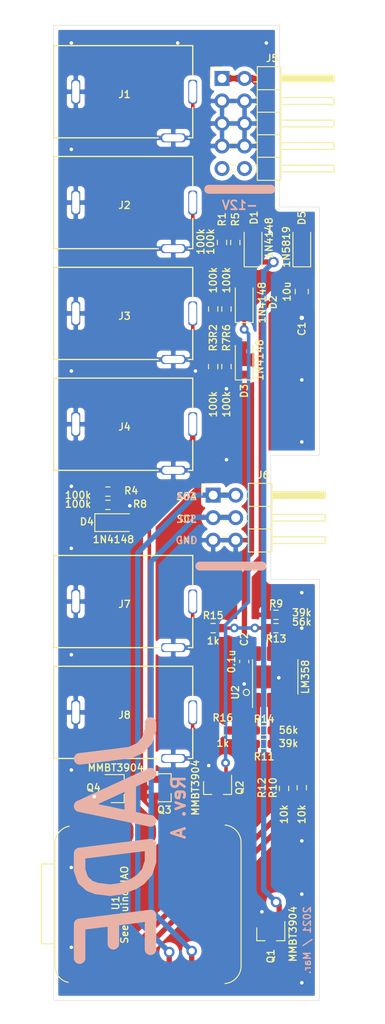
<source format=kicad_pcb>
(kicad_pcb (version 20171130) (host pcbnew "(5.1.9-0-10_14)")
  (title_block (title jade) (date 2021-03-04) (rev A))
  (layers (0 F.Cu signal) (31 B.Cu signal) (34 B.Paste user) (35 F.Paste user) (36 B.SilkS user) (37 F.SilkS user) (38 B.Mask user) (39 F.Mask user) (44 Edge.Cuts user))
  (net 0 "")
  (net 1 +12V)
  (net 2 GND)
  (net 3 "Net-(D1-Pad1)")
  (net 4 "Net-(D2-Pad1)")
  (net 5 "Net-(D3-Pad1)")
  (net 6 "Net-(D4-Pad1)")
  (net 7 "Net-(D5-Pad2)")
  (net 8 "Net-(J1-Pad3)")
  (net 9 "Net-(J2-Pad3)")
  (net 10 "Net-(J3-Pad3)")
  (net 11 "Net-(J4-Pad3)")
  (net 12 "Net-(J5-Pad9)")
  (net 13 "Net-(J5-Pad10)")
  (net 14 /SDA)
  (net 15 /SCL)
  (net 16 "Net-(J7-Pad3)")
  (net 17 "Net-(J8-Pad3)")
  (net 18 /GATE_IN1)
  (net 19 /GATE_IN2)
  (net 20 /GATE_IN3)
  (net 21 /GATE_IN4)
  (net 22 "Net-(R13-Pad2)")
  (net 23 /GATE_OUT)
  (net 24 "Net-(R10-Pad1)")
  (net 25 "Net-(R11-Pad1)")
  (net 26 "Net-(R12-Pad1)")
  (net 27 /CLOCK_OUT)
  (net 28 "Net-(R13-Pad1)")
  (net 29 "Net-(R14-Pad1)")
  (net 30 "Net-(U1-Pad14)")
  (net 31 "Net-(U1-Pad12)")
  (net 32 "Net-(U1-Pad8)")
  (net 33 "Net-(U1-Pad2)")
  (net 34 "Net-(U1-Pad1)")
  (module Akiyuki_Footprint:Seeeduino_XIAO_NonBottomPad (layer F.Cu) (at 136.05 158 90)
    (fp_text reference U1 (at 9 -14.05 90) (layer F.SilkS) (effects (font (size 0.8 0.8))))
    (fp_text value SeeeduinoXIAO (at 8.8 -13.05 90) (layer F.SilkS) (effects (font (size 0.8 0.8))))
    (pad 1 smd oval (at 0.83312 -18.11782 90) (size 2.74828 1.99898) (layers F.Cu F.Paste F.Mask) (net 34 "Net-(U1-Pad1)"))
    (pad 2 smd oval (at 0.83312 -15.57782 90) (size 2.74828 1.99898) (layers F.Cu F.Paste F.Mask) (net 33 "Net-(U1-Pad2)"))
    (pad 3 smd oval (at 0.83312 -13.03782 90) (size 2.74828 1.99898) (layers F.Cu F.Paste F.Mask) (net 27 /CLOCK_OUT))
    (pad 4 smd oval (at 0.83312 -10.49782 90) (size 2.74828 1.99898) (layers F.Cu F.Paste F.Mask) (net 23 /GATE_OUT))
    (pad 5 smd oval (at 0.83312 -7.95782 90) (size 2.74828 1.99898) (layers F.Cu F.Paste F.Mask) (net 14 /SDA))
    (pad 6 smd oval (at 0.83312 -5.41782 90) (size 2.74828 1.99898) (layers F.Cu F.Paste F.Mask) (net 15 /SCL))
    (pad 7 smd oval (at 0.83312 -2.87782 90) (size 2.74828 1.99898) (layers F.Cu F.Paste F.Mask) (net 18 /GATE_IN1))
    (pad 8 smd oval (at 16.99768 -2.87782 90) (size 2.74828 1.99898) (layers F.Cu F.Paste F.Mask) (net 32 "Net-(U1-Pad8)"))
    (pad 9 smd oval (at 16.99768 -5.41782 90) (size 2.74828 1.99898) (layers F.Cu F.Paste F.Mask) (net 19 /GATE_IN2))
    (pad 10 smd oval (at 16.99768 -7.95782 90) (size 2.74828 1.99898) (layers F.Cu F.Paste F.Mask) (net 20 /GATE_IN3))
    (pad 11 smd oval (at 16.99768 -10.49782 90) (size 2.74828 1.99898) (layers F.Cu F.Paste F.Mask) (net 21 /GATE_IN4))
    (pad 12 smd oval (at 16.99768 -13.03782 90) (size 2.74828 1.99898) (layers F.Cu F.Paste F.Mask) (net 31 "Net-(U1-Pad12)"))
    (pad 13 smd oval (at 16.99768 -15.57782 90) (size 2.74828 1.99898) (layers F.Cu F.Paste F.Mask) (net 2 GND))
    (pad 14 smd oval (at 16.99768 -18.11782 90) (size 2.74828 1.99898) (layers F.Cu F.Paste F.Mask) (net 30 "Net-(U1-Pad14)"))
  )
  (module Package_SO:SOP-8_3.9x4.9mm_P1.27mm (layer F.Cu) (at 140 123.5 90)
    (fp_text reference U2 (at -1.75 -4.5 90) (layer F.SilkS) (effects (font (size 0.8 0.8))))
    (fp_text value LM358 (at 0 3.4 90) (layer F.SilkS) (effects (font (size 0.8 0.8))))
    (pad 8 smd roundrect (at 2.625 -1.905 90) (size 1.65 0.6) (layers F.Cu F.Paste F.Mask) (net 1 +12V))
    (pad 7 smd roundrect (at 2.625 -0.635 90) (size 1.65 0.6) (layers F.Cu F.Paste F.Mask) (net 28 "Net-(R13-Pad1)"))
    (pad 6 smd roundrect (at 2.625 0.635 90) (size 1.65 0.6) (layers F.Cu F.Paste F.Mask) (net 22 "Net-(R13-Pad2)"))
    (pad 5 smd roundrect (at 2.625 1.905 90) (size 1.65 0.6) (layers F.Cu F.Paste F.Mask) (net 24 "Net-(R10-Pad1)"))
    (pad 4 smd roundrect (at -2.625 1.905 90) (size 1.65 0.6) (layers F.Cu F.Paste F.Mask) (net 2 GND))
    (pad 3 smd roundrect (at -2.625 0.635 90) (size 1.65 0.6) (layers F.Cu F.Paste F.Mask) (net 26 "Net-(R12-Pad1)"))
    (pad 2 smd roundrect (at -2.625 -0.635 90) (size 1.65 0.6) (layers F.Cu F.Paste F.Mask) (net 25 "Net-(R11-Pad1)"))
    (pad 1 smd roundrect (at -2.625 -1.905 90) (size 1.65 0.6) (layers F.Cu F.Paste F.Mask) (net 29 "Net-(R14-Pad1)"))
  )
  (module Resistor_SMD:R_0603_1608Metric_Pad0.98x0.95mm_HandSolder (layer F.Cu) (at 134.0885 129.54)
    (fp_text reference R16 (at 0 -1.43) (layer F.SilkS) (effects (font (size 0.8 0.8))))
    (fp_text value 1k (at 0 1.43) (layer F.SilkS) (effects (font (size 0.8 0.8))))
    (pad 2 smd roundrect (at 0.9125 0) (size 0.975 0.95) (layers F.Cu F.Paste F.Mask) (net 29 "Net-(R14-Pad1)"))
    (pad 1 smd roundrect (at -0.9125 0) (size 0.975 0.95) (layers F.Cu F.Paste F.Mask) (net 17 "Net-(J8-Pad3)"))
  )
  (module Resistor_SMD:R_0603_1608Metric_Pad0.98x0.95mm_HandSolder (layer F.Cu) (at 133 118)
    (fp_text reference R15 (at 0 -1.43) (layer F.SilkS) (effects (font (size 0.8 0.8))))
    (fp_text value 1k (at 0 1.43) (layer F.SilkS) (effects (font (size 0.8 0.8))))
    (pad 2 smd roundrect (at 0.9125 0) (size 0.975 0.95) (layers F.Cu F.Paste F.Mask) (net 28 "Net-(R13-Pad1)"))
    (pad 1 smd roundrect (at -0.9125 0) (size 0.975 0.95) (layers F.Cu F.Paste F.Mask) (net 16 "Net-(J7-Pad3)"))
  )
  (module Resistor_SMD:R_0603_1608Metric_Pad0.98x0.95mm_HandSolder (layer F.Cu) (at 138.7075 129.54)
    (fp_text reference R14 (at 0.0425 -1.29) (layer F.SilkS) (effects (font (size 0.8 0.8))))
    (fp_text value 56k (at 2.7925 -0.04) (layer F.SilkS) (effects (font (size 0.8 0.8))))
    (pad 2 smd roundrect (at 0.9125 0) (size 0.975 0.95) (layers F.Cu F.Paste F.Mask) (net 25 "Net-(R11-Pad1)"))
    (pad 1 smd roundrect (at -0.9125 0) (size 0.975 0.95) (layers F.Cu F.Paste F.Mask) (net 29 "Net-(R14-Pad1)"))
  )
  (module Resistor_SMD:R_0603_1608Metric_Pad0.98x0.95mm_HandSolder (layer F.Cu) (at 140.0875 118)
    (fp_text reference R13 (at 0.0125 1.2) (layer F.SilkS) (effects (font (size 0.8 0.8))))
    (fp_text value 56k (at 2.9125 -0.7) (layer F.SilkS) (effects (font (size 0.8 0.8))))
    (pad 2 smd roundrect (at 0.9125 0) (size 0.975 0.95) (layers F.Cu F.Paste F.Mask) (net 22 "Net-(R13-Pad2)"))
    (pad 1 smd roundrect (at -0.9125 0) (size 0.975 0.95) (layers F.Cu F.Paste F.Mask) (net 28 "Net-(R13-Pad1)"))
  )
  (module Resistor_SMD:R_0603_1608Metric_Pad0.98x0.95mm_HandSolder (layer F.Cu) (at 141 136.0875 270)
    (fp_text reference R12 (at -0.0875 2.5 90) (layer F.SilkS) (effects (font (size 0.8 0.8))))
    (fp_text value 10k (at 2.9125 0 90) (layer F.SilkS) (effects (font (size 0.8 0.8))))
    (pad 2 smd roundrect (at 0.9125 0 270) (size 0.975 0.95) (layers F.Cu F.Paste F.Mask) (net 27 /CLOCK_OUT))
    (pad 1 smd roundrect (at -0.9125 0 270) (size 0.975 0.95) (layers F.Cu F.Paste F.Mask) (net 26 "Net-(R12-Pad1)"))
  )
  (module Resistor_SMD:R_0603_1608Metric_Pad0.98x0.95mm_HandSolder (layer F.Cu) (at 138.7075 131.064 180)
    (fp_text reference R11 (at -0.0425 -1.436) (layer F.SilkS) (effects (font (size 0.8 0.8))))
    (fp_text value 39k (at -2.7925 0.064) (layer F.SilkS) (effects (font (size 0.8 0.8))))
    (pad 2 smd roundrect (at 0.9125 0 180) (size 0.975 0.95) (layers F.Cu F.Paste F.Mask) (net 2 GND))
    (pad 1 smd roundrect (at -0.9125 0 180) (size 0.975 0.95) (layers F.Cu F.Paste F.Mask) (net 25 "Net-(R11-Pad1)"))
  )
  (module Resistor_SMD:R_0603_1608Metric_Pad0.98x0.95mm_HandSolder (layer F.Cu) (at 143 136 270)
    (fp_text reference R10 (at 0 3.25 90) (layer F.SilkS) (effects (font (size 0.8 0.8))))
    (fp_text value 10k (at 3 0 90) (layer F.SilkS) (effects (font (size 0.8 0.8))))
    (pad 2 smd roundrect (at 0.9125 0 270) (size 0.975 0.95) (layers F.Cu F.Paste F.Mask) (net 23 /GATE_OUT))
    (pad 1 smd roundrect (at -0.9125 0 270) (size 0.975 0.95) (layers F.Cu F.Paste F.Mask) (net 24 "Net-(R10-Pad1)"))
  )
  (module Resistor_SMD:R_0603_1608Metric_Pad0.98x0.95mm_HandSolder (layer F.Cu) (at 140.0875 116.5 180)
    (fp_text reference R9 (at -0.0125 1.25) (layer F.SilkS) (effects (font (size 0.8 0.8))))
    (fp_text value 39k (at -2.9125 0.25) (layer F.SilkS) (effects (font (size 0.8 0.8))))
    (pad 2 smd roundrect (at 0.9125 0 180) (size 0.975 0.95) (layers F.Cu F.Paste F.Mask) (net 2 GND))
    (pad 1 smd roundrect (at -0.9125 0 180) (size 0.975 0.95) (layers F.Cu F.Paste F.Mask) (net 22 "Net-(R13-Pad2)"))
  )
  (module Resistor_SMD:R_0603_1608Metric_Pad0.98x0.95mm_HandSolder (layer F.Cu) (at 121.1225 104.1 180)
    (fp_text reference R8 (at -3.6275 0.1) (layer F.SilkS) (effects (font (size 0.8 0.8))))
    (fp_text value 100k (at 3.3725 0.1) (layer F.SilkS) (effects (font (size 0.8 0.8))))
    (pad 2 smd roundrect (at 0.9125 0 180) (size 0.975 0.95) (layers F.Cu F.Paste F.Mask) (net 6 "Net-(D4-Pad1)"))
    (pad 1 smd roundrect (at -0.9125 0 180) (size 0.975 0.95) (layers F.Cu F.Paste F.Mask) (net 2 GND))
  )
  (module Resistor_SMD:R_0603_1608Metric_Pad0.98x0.95mm_HandSolder (layer F.Cu) (at 134.5 88.5 270)
    (fp_text reference R7 (at -2.5 0 90) (layer F.SilkS) (effects (font (size 0.8 0.8))))
    (fp_text value 100k (at 4.25 0 90) (layer F.SilkS) (effects (font (size 0.8 0.8))))
    (pad 2 smd roundrect (at 0.9125 0 270) (size 0.975 0.95) (layers F.Cu F.Paste F.Mask) (net 5 "Net-(D3-Pad1)"))
    (pad 1 smd roundrect (at -0.9125 0 270) (size 0.975 0.95) (layers F.Cu F.Paste F.Mask) (net 2 GND))
  )
  (module Resistor_SMD:R_0603_1608Metric_Pad0.98x0.95mm_HandSolder (layer F.Cu) (at 134.5 82 270)
    (fp_text reference R6 (at 2.5 0 90) (layer F.SilkS) (effects (font (size 0.8 0.8))))
    (fp_text value 100k (at -3.25 0 90) (layer F.SilkS) (effects (font (size 0.8 0.8))))
    (pad 2 smd roundrect (at 0.9125 0 270) (size 0.975 0.95) (layers F.Cu F.Paste F.Mask) (net 4 "Net-(D2-Pad1)"))
    (pad 1 smd roundrect (at -0.9125 0 270) (size 0.975 0.95) (layers F.Cu F.Paste F.Mask) (net 2 GND))
  )
  (module Resistor_SMD:R_0603_1608Metric_Pad0.98x0.95mm_HandSolder (layer F.Cu) (at 135.5 74.5 270)
    (fp_text reference R5 (at -2.6 0 90) (layer F.SilkS) (effects (font (size 0.8 0.8))))
    (fp_text value 100k (at -0.1 2.8 90) (layer F.SilkS) (effects (font (size 0.8 0.8))))
    (pad 2 smd roundrect (at 0.9125 0 270) (size 0.975 0.95) (layers F.Cu F.Paste F.Mask) (net 3 "Net-(D1-Pad1)"))
    (pad 1 smd roundrect (at -0.9125 0 270) (size 0.975 0.95) (layers F.Cu F.Paste F.Mask) (net 2 GND))
  )
  (module Resistor_SMD:R_0603_1608Metric_Pad0.98x0.95mm_HandSolder (layer F.Cu) (at 121.1225 102.6)
    (fp_text reference R4 (at 2.6275 -0.1) (layer F.SilkS) (effects (font (size 0.8 0.8))))
    (fp_text value 100k (at -3.3725 0.4) (layer F.SilkS) (effects (font (size 0.8 0.8))))
    (pad 2 smd roundrect (at 0.9125 0) (size 0.975 0.95) (layers F.Cu F.Paste F.Mask) (net 11 "Net-(J4-Pad3)"))
    (pad 1 smd roundrect (at -0.9125 0) (size 0.975 0.95) (layers F.Cu F.Paste F.Mask) (net 6 "Net-(D4-Pad1)"))
  )
  (module Resistor_SMD:R_0603_1608Metric_Pad0.98x0.95mm_HandSolder (layer F.Cu) (at 133 88.5 90)
    (fp_text reference R3 (at 2.5 0 90) (layer F.SilkS) (effects (font (size 0.8 0.8))))
    (fp_text value 100k (at -4.25 0 90) (layer F.SilkS) (effects (font (size 0.8 0.8))))
    (pad 2 smd roundrect (at 0.9125 0 90) (size 0.975 0.95) (layers F.Cu F.Paste F.Mask) (net 10 "Net-(J3-Pad3)"))
    (pad 1 smd roundrect (at -0.9125 0 90) (size 0.975 0.95) (layers F.Cu F.Paste F.Mask) (net 5 "Net-(D3-Pad1)"))
  )
  (module Resistor_SMD:R_0603_1608Metric_Pad0.98x0.95mm_HandSolder (layer F.Cu) (at 133 82 90)
    (fp_text reference R2 (at -2.5 0 90) (layer F.SilkS) (effects (font (size 0.8 0.8))))
    (fp_text value 100k (at 3.25 0 90) (layer F.SilkS) (effects (font (size 0.8 0.8))))
    (pad 2 smd roundrect (at 0.9125 0 90) (size 0.975 0.95) (layers F.Cu F.Paste F.Mask) (net 9 "Net-(J2-Pad3)"))
    (pad 1 smd roundrect (at -0.9125 0 90) (size 0.975 0.95) (layers F.Cu F.Paste F.Mask) (net 4 "Net-(D2-Pad1)"))
  )
  (module Resistor_SMD:R_0603_1608Metric_Pad0.98x0.95mm_HandSolder (layer F.Cu) (at 134 74.5 90)
    (fp_text reference R1 (at 2.6 0 90) (layer F.SilkS) (effects (font (size 0.8 0.8))))
    (fp_text value 100k (at 0.1 -2.4 90) (layer F.SilkS) (effects (font (size 0.8 0.8))))
    (pad 2 smd roundrect (at 0.9125 0 90) (size 0.975 0.95) (layers F.Cu F.Paste F.Mask) (net 8 "Net-(J1-Pad3)"))
    (pad 1 smd roundrect (at -0.9125 0 90) (size 0.975 0.95) (layers F.Cu F.Paste F.Mask) (net 3 "Net-(D1-Pad1)"))
  )
  (module Package_TO_SOT_SMD:SOT-23 (layer F.Cu) (at 122.2 136.1)
    (fp_text reference Q4 (at -2.7 -0.1) (layer F.SilkS) (effects (font (size 0.8 0.8))))
    (fp_text value MMBT3904 (at -0.2 -2.35) (layer F.SilkS) (effects (font (size 0.8 0.8))))
    (pad 3 smd rect (at 1 0) (size 0.9 0.8) (layers F.Cu F.Paste F.Mask) (net 21 /GATE_IN4))
    (pad 2 smd rect (at -1 0.95) (size 0.9 0.8) (layers F.Cu F.Paste F.Mask) (net 2 GND))
    (pad 1 smd rect (at -1 -0.95) (size 0.9 0.8) (layers F.Cu F.Paste F.Mask) (net 6 "Net-(D4-Pad1)"))
  )
  (module Package_TO_SOT_SMD:SOT-23 (layer F.Cu) (at 127.5 136)
    (fp_text reference Q3 (at 0 2.5) (layer F.SilkS) (effects (font (size 0.8 0.8))))
    (fp_text value MMBT3904 hide)
    (pad 3 smd rect (at 1 0) (size 0.9 0.8) (layers F.Cu F.Paste F.Mask) (net 20 /GATE_IN3))
    (pad 2 smd rect (at -1 0.95) (size 0.9 0.8) (layers F.Cu F.Paste F.Mask) (net 2 GND))
    (pad 1 smd rect (at -1 -0.95) (size 0.9 0.8) (layers F.Cu F.Paste F.Mask) (net 5 "Net-(D3-Pad1)"))
  )
  (module Package_TO_SOT_SMD:SOT-23 (layer F.Cu) (at 133.5 136 270)
    (fp_text reference Q2 (at 0 -2.5 90) (layer F.SilkS) (effects (font (size 0.8 0.8))))
    (fp_text value MMBT3904 (at 0 2.5 90) (layer F.SilkS) (effects (font (size 0.8 0.8))))
    (pad 3 smd rect (at 1 0 270) (size 0.9 0.8) (layers F.Cu F.Paste F.Mask) (net 19 /GATE_IN2))
    (pad 2 smd rect (at -1 0.95 270) (size 0.9 0.8) (layers F.Cu F.Paste F.Mask) (net 2 GND))
    (pad 1 smd rect (at -1 -0.95 270) (size 0.9 0.8) (layers F.Cu F.Paste F.Mask) (net 4 "Net-(D2-Pad1)"))
  )
  (module Package_TO_SOT_SMD:SOT-23 (layer F.Cu) (at 139.5 152.5 270)
    (fp_text reference Q1 (at 2.5 0 90) (layer F.SilkS) (effects (font (size 0.8 0.8))))
    (fp_text value MMBT3904 (at 0 -2.5 90) (layer F.SilkS) (effects (font (size 0.8 0.8))))
    (pad 3 smd rect (at 1 0 270) (size 0.9 0.8) (layers F.Cu F.Paste F.Mask) (net 18 /GATE_IN1))
    (pad 2 smd rect (at -1 0.95 270) (size 0.9 0.8) (layers F.Cu F.Paste F.Mask) (net 2 GND))
    (pad 1 smd rect (at -1 -0.95 270) (size 0.9 0.8) (layers F.Cu F.Paste F.Mask) (net 3 "Net-(D1-Pad1)"))
  )
  (module Akiyuki_Footprint:PJ302M (layer F.Cu) (at 115 127.5)
    (fp_text reference J8 (at 8 0.3) (layer F.SilkS) (effects (font (size 0.8 0.8))))
    (fp_text value PJ302M hide)
    (pad 2 thru_hole roundrect (at 13.5 5.2 90) (size 1 2.7) (drill oval 0.8 2.5) (layers *.Cu *.Mask) (net 2 GND))
    (pad 3 thru_hole roundrect (at 15.7 0) (size 1 2.7) (drill oval 0.8 2.5) (layers *.Cu *.Mask) (net 17 "Net-(J8-Pad3)"))
    (pad 1 thru_hole roundrect (at 2.5 0) (size 1 2.7) (drill oval 0.8 2.5) (layers *.Cu *.Mask) (net 2 GND))
  )
  (module Akiyuki_Footprint:PJ302M (layer F.Cu) (at 115 115)
    (fp_text reference J7 (at 8 0.3) (layer F.SilkS) (effects (font (size 0.8 0.8))))
    (fp_text value PJ302M hide)
    (pad 2 thru_hole roundrect (at 13.5 5.2 90) (size 1 2.7) (drill oval 0.8 2.5) (layers *.Cu *.Mask) (net 2 GND))
    (pad 3 thru_hole roundrect (at 15.7 0) (size 1 2.7) (drill oval 0.8 2.5) (layers *.Cu *.Mask) (net 16 "Net-(J7-Pad3)"))
    (pad 1 thru_hole roundrect (at 2.5 0) (size 1 2.7) (drill oval 0.8 2.5) (layers *.Cu *.Mask) (net 2 GND))
  )
  (module Connector_PinHeader_2.54mm:PinHeader_2x03_P2.54mm_Horizontal (layer F.Cu) (at 133 103)
    (fp_text reference J6 (at 5.655 -2.27) (layer F.SilkS) (effects (font (size 0.8 0.8))))
    (fp_text value Conn_02x03_Odd_Even hide)
    (pad 6 thru_hole oval (at 2.54 5.08) (size 1.7 1.7) (drill 1) (layers *.Cu *.Mask) (net 2 GND))
    (pad 5 thru_hole oval (at 0 5.08) (size 1.7 1.7) (drill 1) (layers *.Cu *.Mask) (net 2 GND))
    (pad 4 thru_hole oval (at 2.54 2.54) (size 1.7 1.7) (drill 1) (layers *.Cu *.Mask) (net 15 /SCL))
    (pad 3 thru_hole oval (at 0 2.54) (size 1.7 1.7) (drill 1) (layers *.Cu *.Mask) (net 15 /SCL))
    (pad 2 thru_hole oval (at 2.54 0) (size 1.7 1.7) (drill 1) (layers *.Cu *.Mask) (net 14 /SDA))
    (pad 1 thru_hole rect (at 0 0) (size 1.7 1.7) (drill 1) (layers *.Cu *.Mask) (net 14 /SDA))
  )
  (module Connector_PinHeader_2.54mm:PinHeader_2x05_P2.54mm_Horizontal (layer F.Cu) (at 134 56)
    (fp_text reference J5 (at 5.655 -2.27) (layer F.SilkS) (effects (font (size 0.8 0.8))))
    (fp_text value Conn_02x05_Odd_Even hide)
    (pad 10 thru_hole oval (at 2.54 10.16) (size 1.7 1.7) (drill 1) (layers *.Cu *.Mask) (net 13 "Net-(J5-Pad10)"))
    (pad 9 thru_hole oval (at 0 10.16) (size 1.7 1.7) (drill 1) (layers *.Cu *.Mask) (net 12 "Net-(J5-Pad9)"))
    (pad 8 thru_hole oval (at 2.54 7.62) (size 1.7 1.7) (drill 1) (layers *.Cu *.Mask) (net 2 GND))
    (pad 7 thru_hole oval (at 0 7.62) (size 1.7 1.7) (drill 1) (layers *.Cu *.Mask) (net 2 GND))
    (pad 6 thru_hole oval (at 2.54 5.08) (size 1.7 1.7) (drill 1) (layers *.Cu *.Mask) (net 2 GND))
    (pad 5 thru_hole oval (at 0 5.08) (size 1.7 1.7) (drill 1) (layers *.Cu *.Mask) (net 2 GND))
    (pad 4 thru_hole oval (at 2.54 2.54) (size 1.7 1.7) (drill 1) (layers *.Cu *.Mask) (net 2 GND))
    (pad 3 thru_hole oval (at 0 2.54) (size 1.7 1.7) (drill 1) (layers *.Cu *.Mask) (net 2 GND))
    (pad 2 thru_hole oval (at 2.54 0) (size 1.7 1.7) (drill 1) (layers *.Cu *.Mask) (net 7 "Net-(D5-Pad2)"))
    (pad 1 thru_hole rect (at 0 0) (size 1.7 1.7) (drill 1) (layers *.Cu *.Mask) (net 7 "Net-(D5-Pad2)"))
  )
  (module Akiyuki_Footprint:PJ302M (layer F.Cu) (at 115 95)
    (fp_text reference J4 (at 8 0.3) (layer F.SilkS) (effects (font (size 0.8 0.8))))
    (fp_text value PJ302M hide)
    (pad 2 thru_hole roundrect (at 13.5 5.2 90) (size 1 2.7) (drill oval 0.8 2.5) (layers *.Cu *.Mask) (net 2 GND))
    (pad 3 thru_hole roundrect (at 15.7 0) (size 1 2.7) (drill oval 0.8 2.5) (layers *.Cu *.Mask) (net 11 "Net-(J4-Pad3)"))
    (pad 1 thru_hole roundrect (at 2.5 0) (size 1 2.7) (drill oval 0.8 2.5) (layers *.Cu *.Mask) (net 2 GND))
  )
  (module Akiyuki_Footprint:PJ302M (layer F.Cu) (at 115 82.5)
    (fp_text reference J3 (at 8 0.3) (layer F.SilkS) (effects (font (size 0.8 0.8))))
    (fp_text value PJ302M hide)
    (pad 2 thru_hole roundrect (at 13.5 5.2 90) (size 1 2.7) (drill oval 0.8 2.5) (layers *.Cu *.Mask) (net 2 GND))
    (pad 3 thru_hole roundrect (at 15.7 0) (size 1 2.7) (drill oval 0.8 2.5) (layers *.Cu *.Mask) (net 10 "Net-(J3-Pad3)"))
    (pad 1 thru_hole roundrect (at 2.5 0) (size 1 2.7) (drill oval 0.8 2.5) (layers *.Cu *.Mask) (net 2 GND))
  )
  (module Akiyuki_Footprint:PJ302M (layer F.Cu) (at 115 70)
    (fp_text reference J2 (at 8 0.3) (layer F.SilkS) (effects (font (size 0.8 0.8))))
    (fp_text value PJ302M hide)
    (pad 2 thru_hole roundrect (at 13.5 5.2 90) (size 1 2.7) (drill oval 0.8 2.5) (layers *.Cu *.Mask) (net 2 GND))
    (pad 3 thru_hole roundrect (at 15.7 0) (size 1 2.7) (drill oval 0.8 2.5) (layers *.Cu *.Mask) (net 9 "Net-(J2-Pad3)"))
    (pad 1 thru_hole roundrect (at 2.5 0) (size 1 2.7) (drill oval 0.8 2.5) (layers *.Cu *.Mask) (net 2 GND))
  )
  (module Akiyuki_Footprint:PJ302M (layer F.Cu) (at 115 57.5)
    (fp_text reference J1 (at 8 0.3) (layer F.SilkS) (effects (font (size 0.8 0.8))))
    (fp_text value PJ302M hide)
    (pad 2 thru_hole roundrect (at 13.5 5.2 90) (size 1 2.7) (drill oval 0.8 2.5) (layers *.Cu *.Mask) (net 2 GND))
    (pad 3 thru_hole roundrect (at 15.7 0) (size 1 2.7) (drill oval 0.8 2.5) (layers *.Cu *.Mask) (net 8 "Net-(J1-Pad3)"))
    (pad 1 thru_hole roundrect (at 2.5 0) (size 1 2.7) (drill oval 0.8 2.5) (layers *.Cu *.Mask) (net 2 GND))
  )
  (module Diode_SMD:D_SOD-123 (layer F.Cu) (at 143 75 90)
    (fp_text reference D5 (at 3.25 0 90) (layer F.SilkS) (effects (font (size 0.8 0.8))))
    (fp_text value 1N5819 (at 0 -1.75 90) (layer F.SilkS) (effects (font (size 0.8 0.8))))
    (pad 2 smd rect (at 1.65 0 90) (size 0.9 1.2) (layers F.Cu F.Paste F.Mask) (net 7 "Net-(D5-Pad2)"))
    (pad 1 smd rect (at -1.65 0 90) (size 0.9 1.2) (layers F.Cu F.Paste F.Mask) (net 1 +12V))
  )
  (module Diode_SMD:D_SOD-123 (layer F.Cu) (at 121.9 106.1)
    (fp_text reference D4 (at -3.15 -0.1) (layer F.SilkS) (effects (font (size 0.8 0.8))))
    (fp_text value 1N4148 (at -0.15 1.9) (layer F.SilkS) (effects (font (size 0.8 0.8))))
    (pad 2 smd rect (at 1.65 0) (size 0.9 1.2) (layers F.Cu F.Paste F.Mask) (net 2 GND))
    (pad 1 smd rect (at -1.65 0) (size 0.9 1.2) (layers F.Cu F.Paste F.Mask) (net 6 "Net-(D4-Pad1)"))
  )
  (module Diode_SMD:D_SOD-123 (layer F.Cu) (at 136.5 87.757 90)
    (fp_text reference D3 (at -3.493 0 90) (layer F.SilkS) (effects (font (size 0.8 0.8))))
    (fp_text value 1N4148 (at 0.007 1.75 90) (layer F.SilkS) (effects (font (size 0.8 0.8))))
    (pad 2 smd rect (at 1.65 0 90) (size 0.9 1.2) (layers F.Cu F.Paste F.Mask) (net 2 GND))
    (pad 1 smd rect (at -1.65 0 90) (size 0.9 1.2) (layers F.Cu F.Paste F.Mask) (net 5 "Net-(D3-Pad1)"))
  )
  (module Diode_SMD:D_SOD-123 (layer F.Cu) (at 136.5 81.281 90)
    (fp_text reference D2 (at 0.031 3.25 90) (layer F.SilkS) (effects (font (size 0.8 0.8))))
    (fp_text value 1N4148 (at 0 2 90) (layer F.SilkS) (effects (font (size 0.8 0.8))))
    (pad 2 smd rect (at 1.65 0 90) (size 0.9 1.2) (layers F.Cu F.Paste F.Mask) (net 2 GND))
    (pad 1 smd rect (at -1.65 0 90) (size 0.9 1.2) (layers F.Cu F.Paste F.Mask) (net 4 "Net-(D2-Pad1)"))
  )
  (module Diode_SMD:D_SOD-123 (layer F.Cu) (at 137.5 75 90)
    (fp_text reference D1 (at 3.3 0.1 90) (layer F.SilkS) (effects (font (size 0.8 0.8))))
    (fp_text value 1N4148 (at 1 1.8 90) (layer F.SilkS) (effects (font (size 0.8 0.8))))
    (pad 2 smd rect (at 1.65 0 90) (size 0.9 1.2) (layers F.Cu F.Paste F.Mask) (net 2 GND))
    (pad 1 smd rect (at -1.65 0 90) (size 0.9 1.2) (layers F.Cu F.Paste F.Mask) (net 3 "Net-(D1-Pad1)"))
  )
  (module Capacitor_SMD:C_0603_1608Metric_Pad1.08x0.95mm_HandSolder (layer F.Cu) (at 136.5 121.7625 270)
    (fp_text reference C2 (at -2.5125 0 90) (layer F.SilkS) (effects (font (size 0.8 0.8))))
    (fp_text value 0.1u (at 0 1.43 90) (layer F.SilkS) (effects (font (size 0.8 0.8))))
    (pad 2 smd roundrect (at 0.8625 0 270) (size 1.075 0.95) (layers F.Cu F.Paste F.Mask) (net 2 GND))
    (pad 1 smd roundrect (at -0.8625 0 270) (size 1.075 0.95) (layers F.Cu F.Paste F.Mask) (net 1 +12V))
  )
  (module Capacitor_SMD:C_0805_2012Metric_Pad1.18x1.45mm_HandSolder (layer F.Cu) (at 143 80.0375 270)
    (fp_text reference C1 (at 4.2125 0 90) (layer F.SilkS) (effects (font (size 0.8 0.8))))
    (fp_text value 10u (at 0 1.68 90) (layer F.SilkS) (effects (font (size 0.8 0.8))))
    (pad 2 smd roundrect (at 1.0375 0 270) (size 1.175 1.45) (layers F.Cu F.Paste F.Mask) (roundrect_rratio 0.2127659574468085) (net 2 GND))
    (pad 1 smd roundrect (at -1.0375 0 270) (size 1.175 1.45) (layers F.Cu F.Paste F.Mask) (roundrect_rratio 0.2127659574468085) (net 1 +12V))
  )
  (gr_text "2021 / Mar." (at 143.6 153.2 90) (layer B.SilkS) (effects (font (size 0.8 0.8)) (justify mirror)))
  (gr_text "Rev. A" (at 129.1 138.2 90) (layer B.SilkS) (effects (font (size 1.5 1.5) (thickness 0.3)) (justify mirror)))
  (gr_text "JADE\n" (at 122.3 141.7 90) (layer B.SilkS) (effects (font (size 8 8) (thickness 1.3) italic) (justify mirror)))
  (gr_text "SDA\n" (at 130 103.15) (layer F.SilkS) (effects (font (size 0.8 0.8))))
  (gr_text GND (at 130 108.1) (layer F.SilkS) (effects (font (size 0.8 0.8))))
  (gr_text SCL (at 130 105.7) (layer F.SilkS) (effects (font (size 0.8 0.8))))
  (gr_line (start 131.5 111) (end 138.5 111) (layer F.SilkS) (width 1))
  (gr_line (start 132.5 68.5) (end 139.5 68.5) (layer F.SilkS) (width 1))
  (gr_circle (center 136.75 125.25) (end 137.1 125.25) (layer F.SilkS) (width 0.12))
  (gr_text "SDA\n" (at 130 103.15) (layer B.SilkS) (effects (font (size 0.8 0.8)) (justify mirror)))
  (gr_text SCL (at 130 105.7) (layer B.SilkS) (effects (font (size 0.8 0.8)) (justify mirror)))
  (gr_text GND (at 130 108.1) (layer B.SilkS) (effects (font (size 0.8 0.8)) (justify mirror)))
  (gr_line (start 131.5 111) (end 138.5 111) (layer B.SilkS) (width 1))
  (gr_text -12V (at 136 70.3) (layer B.SilkS) (effects (font (size 1 1) (thickness 0.2)) (justify mirror)))
  (gr_line (start 132.5 68.5) (end 139.5 68.5) (layer B.SilkS) (width 1))
  (gr_line (start 140.5 70.5) (end 140.5 51.5) (layer Edge.Cuts) (width 0.05))
  (gr_line (start 145 70.5) (end 140.5 70.5) (layer Edge.Cuts) (width 0.05))
  (gr_line (start 139.5 98.5) (end 145 98.5) (layer Edge.Cuts) (width 0.05))
  (gr_line (start 139.5 112.5) (end 139.5 98.5) (layer Edge.Cuts) (width 0.05))
  (gr_line (start 145 112.5) (end 139.5 112.5) (layer Edge.Cuts) (width 0.05))
  (gr_line (start 140.5 51.5) (end 140.5 50) (layer Edge.Cuts) (width 0.05))
  (gr_line (start 145 98.5) (end 145 70.5) (layer Edge.Cuts) (width 0.05))
  (gr_line (start 140.5 50) (end 115 50) (layer Edge.Cuts) (width 0.05))
  (gr_line (start 145 160) (end 145 112.5) (layer Edge.Cuts) (width 0.05))
  (gr_line (start 115 160) (end 145 160) (layer Edge.Cuts) (width 0.05))
  (gr_line (start 115 50) (end 115 160) (layer Edge.Cuts) (width 0.05))
  (segment (start 143 76.65) (end 143 79) (width 0.8) (layer F.Cu) (net 1))
  (segment (start 138.095 120.875) (end 136.625 120.875) (width 0.6) (layer F.Cu) (net 1))
  (segment (start 136.525 120.904) (end 136.398 121.031) (width 0.6) (layer F.Cu) (net 1))
  (segment (start 138.43 109.982) (end 136.525 111.887) (width 0.6) (layer F.Cu) (net 1))
  (segment (start 138.43 82.169) (end 138.43 109.982) (width 0.6) (layer F.Cu) (net 1))
  (segment (start 141.599 79) (end 138.43 82.169) (width 0.6) (layer F.Cu) (net 1))
  (segment (start 136.525 111.887) (end 136.525 120.904) (width 0.6) (layer F.Cu) (net 1))
  (segment (start 143 79) (end 141.599 79) (width 0.6) (layer F.Cu) (net 1))
  (via (at 143 83) (size 1) (drill 0.5) (layers F.Cu B.Cu) (net 2))
  (via (at 117 52) (size 0.8) (drill 0.4) (layers F.Cu B.Cu) (net 2))
  (via (at 129 52) (size 0.8) (drill 0.4) (layers F.Cu B.Cu) (net 2))
  (via (at 139 52) (size 0.8) (drill 0.4) (layers F.Cu B.Cu) (net 2))
  (via (at 117 64) (size 0.8) (drill 0.4) (layers F.Cu B.Cu) (net 2))
  (via (at 117 89) (size 0.8) (drill 0.4) (layers F.Cu B.Cu) (net 2))
  (via (at 117 102) (size 0.8) (drill 0.4) (layers F.Cu B.Cu) (net 2))
  (via (at 117 109) (size 0.8) (drill 0.4) (layers F.Cu B.Cu) (net 2))
  (via (at 117 121) (size 0.8) (drill 0.4) (layers F.Cu B.Cu) (net 2))
  (via (at 117 134) (size 0.8) (drill 0.4) (layers F.Cu B.Cu) (net 2))
  (via (at 117 154) (size 0.8) (drill 0.4) (layers F.Cu B.Cu) (net 2))
  (via (at 143 158) (size 0.8) (drill 0.4) (layers F.Cu B.Cu) (net 2))
  (via (at 117 145) (size 0.8) (drill 0.4) (layers F.Cu B.Cu) (net 2))
  (via (at 143 148) (size 0.8) (drill 0.4) (layers F.Cu B.Cu) (net 2))
  (via (at 143 142) (size 0.8) (drill 0.4) (layers F.Cu B.Cu) (net 2))
  (via (at 143 118) (size 0.8) (drill 0.4) (layers F.Cu B.Cu) (net 2))
  (via (at 143 114) (size 0.8) (drill 0.4) (layers F.Cu B.Cu) (net 2))
  (via (at 143 97) (size 0.8) (drill 0.4) (layers F.Cu B.Cu) (net 2))
  (via (at 143 90) (size 0.8) (drill 0.4) (layers F.Cu B.Cu) (net 2))
  (via (at 131 89) (size 0.8) (drill 0.4) (layers F.Cu B.Cu) (net 2))
  (via (at 134.5 91) (size 0.8) (drill 0.4) (layers F.Cu B.Cu) (net 2))
  (via (at 134.5 99) (size 0.8) (drill 0.4) (layers F.Cu B.Cu) (net 2))
  (via (at 123.6 104.2) (size 0.8) (drill 0.4) (layers F.Cu B.Cu) (net 2))
  (via (at 140.4 123.6) (size 0.8) (drill 0.4) (layers F.Cu B.Cu) (net 2))
  (via (at 136.5 124.3) (size 0.8) (drill 0.4) (layers F.Cu B.Cu) (net 2))
  (via (at 119.6 137) (size 0.8) (drill 0.4) (layers F.Cu B.Cu) (net 2))
  (via (at 132.5 133.5) (size 0.8) (drill 0.4) (layers F.Cu B.Cu) (net 2))
  (via (at 138.5 150) (size 0.8) (drill 0.4) (layers F.Cu B.Cu) (net 2))
  (via (at 139.4 73.3) (size 0.8) (drill 0.4) (layers F.Cu B.Cu) (net 2))
  (via (at 140.1 148.9) (size 1.2) (drill 0.7) (layers F.Cu B.Cu) (net 3))
  (segment (start 140.45 149.25) (end 140.1 148.9) (width 0.6) (layer F.Cu) (net 3))
  (segment (start 140.45 151.5) (end 140.45 149.25) (width 0.6) (layer F.Cu) (net 3))
  (via (at 139.8 76.7) (size 1.2) (drill 0.7) (layers F.Cu B.Cu) (net 3))
  (segment (start 139.8 76.7) (end 137.4 76.7) (width 0.6) (layer F.Cu) (net 3))
  (segment (start 137.5 76.65) (end 135.95 76.65) (width 0.6) (layer F.Cu) (net 3))
  (segment (start 135.95 76.65) (end 135.5 76.2) (width 0.6) (layer F.Cu) (net 3))
  (segment (start 135.5 76.2) (end 135.5 75.4) (width 0.6) (layer F.Cu) (net 3))
  (segment (start 135.5 75.4) (end 134 75.4) (width 0.6) (layer F.Cu) (net 3))
  (segment (start 138.7 77.8) (end 139.8 76.7) (width 0.6) (layer B.Cu) (net 3))
  (segment (start 138.7 147.5) (end 138.7 77.8) (width 0.6) (layer B.Cu) (net 3))
  (segment (start 140.1 148.9) (end 138.7 147.5) (width 0.6) (layer B.Cu) (net 3))
  (segment (start 133 82.9125) (end 134.4745 82.9125) (width 0.4) (layer F.Cu) (net 4))
  (segment (start 134.4745 82.9125) (end 134.493 82.931) (width 0.4) (layer F.Cu) (net 4))
  (segment (start 134.493 82.931) (end 136.525 82.931) (width 0.4) (layer F.Cu) (net 4))
  (via (at 134.4 133.2) (size 1) (drill 0.5) (layers F.Cu B.Cu) (net 4))
  (segment (start 134.45 133.25) (end 134.4 133.2) (width 0.4) (layer F.Cu) (net 4))
  (segment (start 134.45 135) (end 134.45 133.25) (width 0.4) (layer F.Cu) (net 4))
  (segment (start 136.999999 84.799999) (end 136.5 84.3) (width 0.4) (layer B.Cu) (net 4))
  (segment (start 136.999999 115.032999) (end 136.999999 84.799999) (width 0.4) (layer B.Cu) (net 4))
  (segment (start 134.4 117.632998) (end 136.999999 115.032999) (width 0.4) (layer B.Cu) (net 4))
  (segment (start 134.4 133.2) (end 134.4 117.632998) (width 0.4) (layer B.Cu) (net 4))
  (via (at 136.5 84.3) (size 1) (drill 0.5) (layers F.Cu B.Cu) (net 4))
  (segment (start 136.5 82.931) (end 136.5 84.3) (width 0.4) (layer F.Cu) (net 4))
  (segment (start 134.5 89.4125) (end 132.9735 89.4125) (width 0.4) (layer F.Cu) (net 5))
  (segment (start 132.9735 89.4125) (end 132.969 89.408) (width 0.4) (layer F.Cu) (net 5))
  (segment (start 136.5 89.407) (end 134.494 89.407) (width 0.4) (layer F.Cu) (net 5))
  (segment (start 134.494 89.407) (end 134.493 89.408) (width 0.4) (layer F.Cu) (net 5))
  (segment (start 133 99.1) (end 133 89.4) (width 0.4) (layer F.Cu) (net 5))
  (segment (start 125.799999 134.349999) (end 125.799999 106.300001) (width 0.4) (layer F.Cu) (net 5))
  (segment (start 125.799999 106.300001) (end 133 99.1) (width 0.4) (layer F.Cu) (net 5))
  (segment (start 126.5 135.05) (end 125.799999 134.349999) (width 0.4) (layer F.Cu) (net 5))
  (segment (start 120.21 102.6) (end 120.21 104.09) (width 0.6) (layer F.Cu) (net 6))
  (segment (start 120.21 104.09) (end 120.2 104.1) (width 0.6) (layer F.Cu) (net 6))
  (segment (start 120.25 106.1) (end 120.25 104.15) (width 0.6) (layer F.Cu) (net 6))
  (segment (start 120.25 104.15) (end 120.2 104.1) (width 0.6) (layer F.Cu) (net 6))
  (segment (start 121.2 134.3) (end 121.2 135.2) (width 0.6) (layer F.Cu) (net 6))
  (segment (start 120.25 133.35) (end 121.2 134.3) (width 0.6) (layer F.Cu) (net 6))
  (segment (start 120.25 106.1) (end 120.25 133.35) (width 0.6) (layer F.Cu) (net 6))
  (segment (start 134 56) (end 136.5 56) (width 0.8) (layer F.Cu) (net 7))
  (segment (start 142.1 71.7) (end 140.2 71.7) (width 0.8) (layer F.Cu) (net 7))
  (segment (start 139 70.5) (end 139 57.5) (width 0.8) (layer F.Cu) (net 7))
  (segment (start 140.2 71.7) (end 139 70.5) (width 0.8) (layer F.Cu) (net 7))
  (segment (start 137.5 56) (end 136.54 56) (width 0.8) (layer F.Cu) (net 7))
  (segment (start 143 72.6) (end 142.1 71.7) (width 0.8) (layer F.Cu) (net 7))
  (segment (start 139 57.5) (end 137.5 56) (width 0.8) (layer F.Cu) (net 7))
  (segment (start 143 73.35) (end 143 72.6) (width 0.8) (layer F.Cu) (net 7))
  (segment (start 130.7 57.5) (end 130.7 66.4) (width 0.4) (layer F.Cu) (net 8))
  (segment (start 130.7 66.4) (end 133.99 69.69) (width 0.4) (layer F.Cu) (net 8))
  (segment (start 133.99 69.69) (end 133.99 73.59) (width 0.4) (layer F.Cu) (net 8))
  (segment (start 133.99 73.59) (end 134 73.6) (width 0.4) (layer F.Cu) (net 8))
  (segment (start 130.7 70) (end 130.7 77.614) (width 0.4) (layer F.Cu) (net 9))
  (segment (start 130.7 77.614) (end 130.7 77.8) (width 0.4) (layer F.Cu) (net 9))
  (segment (start 130.7 77.8) (end 133 80.1) (width 0.4) (layer F.Cu) (net 9))
  (segment (start 133 80.1) (end 133 81.15) (width 0.4) (layer F.Cu) (net 9))
  (segment (start 130.7 86.631) (end 130.7 82.5) (width 0.4) (layer F.Cu) (net 10))
  (segment (start 131.699 87.63) (end 130.7 86.631) (width 0.4) (layer F.Cu) (net 10))
  (segment (start 132.9575 87.63) (end 131.699 87.63) (width 0.4) (layer F.Cu) (net 10))
  (segment (start 122 101.6) (end 122 102.5) (width 0.6) (layer F.Cu) (net 11))
  (segment (start 130.7 96.8) (end 129.4 98.1) (width 0.6) (layer F.Cu) (net 11))
  (segment (start 122 101.4) (end 122 101.6) (width 0.6) (layer F.Cu) (net 11))
  (segment (start 125.3 98.1) (end 122 101.4) (width 0.6) (layer F.Cu) (net 11))
  (segment (start 129.4 98.1) (end 125.3 98.1) (width 0.6) (layer F.Cu) (net 11))
  (segment (start 130.7 95) (end 130.7 96.8) (width 0.6) (layer F.Cu) (net 11))
  (segment (start 133 103) (end 135.5 103) (width 0.6) (layer B.Cu) (net 14))
  (segment (start 124.5 151) (end 128.04218 154.54218) (width 0.6) (layer B.Cu) (net 14))
  (segment (start 124.5 109.5) (end 124.5 151) (width 0.6) (layer B.Cu) (net 14))
  (segment (start 131 103) (end 124.5 109.5) (width 0.6) (layer B.Cu) (net 14))
  (segment (start 128.04218 157.16688) (end 128.04218 154.54218) (width 0.6) (layer F.Cu) (net 14))
  (segment (start 133 103) (end 131 103) (width 0.6) (layer B.Cu) (net 14))
  (via (at 128.04218 154.54218) (size 1.2) (drill 0.7) (layers F.Cu B.Cu) (net 14))
  (segment (start 130.58218 157.16688) (end 130.58218 154.41782) (width 0.6) (layer F.Cu) (net 15))
  (segment (start 131 105.5) (end 126 110.5) (width 0.6) (layer B.Cu) (net 15))
  (via (at 130.58218 154.41782) (size 1.2) (drill 0.7) (layers F.Cu B.Cu) (net 15))
  (segment (start 126 149.83564) (end 130.58218 154.41782) (width 0.6) (layer B.Cu) (net 15))
  (segment (start 135.5 105.5) (end 131 105.5) (width 0.6) (layer B.Cu) (net 15))
  (segment (start 126 110.5) (end 126 149.83564) (width 0.6) (layer B.Cu) (net 15))
  (segment (start 132.0875 118) (end 131.208 118) (width 0.4) (layer F.Cu) (net 16))
  (segment (start 131.208 118) (end 130.683 117.475) (width 0.4) (layer F.Cu) (net 16))
  (segment (start 130.683 117.475) (end 130.683 114.935) (width 0.4) (layer F.Cu) (net 16))
  (segment (start 133.176 129.54) (end 130.937 129.54) (width 0.4) (layer F.Cu) (net 17))
  (segment (start 130.937 129.54) (end 130.683 129.286) (width 0.4) (layer F.Cu) (net 17))
  (segment (start 130.683 129.286) (end 130.683 127.508) (width 0.4) (layer F.Cu) (net 17))
  (segment (start 133.12218 157.16688) (end 137.33312 157.16688) (width 0.6) (layer F.Cu) (net 18))
  (segment (start 137.33312 157.16688) (end 139.5 155) (width 0.6) (layer F.Cu) (net 18))
  (segment (start 139.5 155) (end 139.5 153.5) (width 0.6) (layer F.Cu) (net 18))
  (segment (start 130.58218 141.00232) (end 130.58218 138.91782) (width 0.6) (layer F.Cu) (net 19))
  (segment (start 130.58218 138.91782) (end 132.5 137) (width 0.6) (layer F.Cu) (net 19))
  (segment (start 132.5 137) (end 133.5 137) (width 0.6) (layer F.Cu) (net 19))
  (segment (start 128.04218 141.00232) (end 128.04218 138.64218) (width 0.6) (layer F.Cu) (net 20))
  (segment (start 128.04218 138.64218) (end 128.04218 138.45782) (width 0.6) (layer F.Cu) (net 20))
  (segment (start 128.04218 138.45782) (end 128.5 138) (width 0.6) (layer F.Cu) (net 20))
  (segment (start 128.5 138) (end 128.5 136) (width 0.6) (layer F.Cu) (net 20))
  (segment (start 125.50218 141.00232) (end 125.50218 139.90218) (width 0.6) (layer F.Cu) (net 21))
  (segment (start 123.2 136.9) (end 123.2 136.1) (width 0.6) (layer F.Cu) (net 21))
  (segment (start 125.50218 139.20218) (end 123.2 136.9) (width 0.6) (layer F.Cu) (net 21))
  (segment (start 125.50218 141.00232) (end 125.50218 139.20218) (width 0.6) (layer F.Cu) (net 21))
  (segment (start 140.635 120.875) (end 140.635 119.461) (width 0.4) (layer F.Cu) (net 22))
  (segment (start 140.635 119.461) (end 140.97 119.126) (width 0.4) (layer F.Cu) (net 22))
  (segment (start 140.97 119.126) (end 140.97 118.11) (width 0.4) (layer F.Cu) (net 22))
  (segment (start 141 118) (end 141 116.489) (width 0.4) (layer F.Cu) (net 22))
  (segment (start 141 116.489) (end 140.97 116.459) (width 0.4) (layer F.Cu) (net 22))
  (segment (start 143 138) (end 143 137) (width 0.6) (layer F.Cu) (net 23))
  (segment (start 136.5 144.5) (end 143 138) (width 0.6) (layer F.Cu) (net 23))
  (segment (start 135 144.5) (end 136.5 144.5) (width 0.6) (layer F.Cu) (net 23))
  (segment (start 125.50218 153.99782) (end 135 144.5) (width 0.6) (layer F.Cu) (net 23))
  (segment (start 125.50218 157.16688) (end 125.50218 153.99782) (width 0.6) (layer F.Cu) (net 23))
  (segment (start 141.8844 120.9294) (end 141.859 120.904) (width 0.4) (layer F.Cu) (net 24))
  (segment (start 142.5 120.9) (end 141.9 120.9) (width 0.4) (layer F.Cu) (net 24))
  (segment (start 143 121.4) (end 142.5 120.9) (width 0.4) (layer F.Cu) (net 24))
  (segment (start 143 135.0875) (end 143 121.4) (width 0.4) (layer F.Cu) (net 24))
  (segment (start 139.365 126.125) (end 139.365 128.189) (width 0.4) (layer F.Cu) (net 25))
  (segment (start 139.365 128.189) (end 139.573 128.397) (width 0.4) (layer F.Cu) (net 25))
  (segment (start 139.573 128.397) (end 139.573 129.54) (width 0.4) (layer F.Cu) (net 25))
  (segment (start 139.573 129.54) (end 139.573 131.064) (width 0.4) (layer F.Cu) (net 25))
  (segment (start 140.589 126.365) (end 140.716 126.238) (width 0.4) (layer F.Cu) (net 26))
  (segment (start 141 135.175) (end 141 128.1) (width 0.4) (layer F.Cu) (net 26))
  (segment (start 141 128.1) (end 140.6 127.7) (width 0.4) (layer F.Cu) (net 26))
  (segment (start 140.6 127.7) (end 140.6 126) (width 0.4) (layer F.Cu) (net 26))
  (segment (start 141 138.5) (end 141 137) (width 0.6) (layer F.Cu) (net 27))
  (segment (start 136 143.5) (end 141 138.5) (width 0.6) (layer F.Cu) (net 27))
  (segment (start 122.96218 155.03782) (end 134.5 143.5) (width 0.6) (layer F.Cu) (net 27))
  (segment (start 134.5 143.5) (end 136 143.5) (width 0.6) (layer F.Cu) (net 27))
  (segment (start 122.96218 157.16688) (end 122.96218 155.03782) (width 0.6) (layer F.Cu) (net 27))
  (segment (start 139.175 118) (end 139.175 119.175) (width 0.4) (layer F.Cu) (net 28))
  (segment (start 139.365 119.365) (end 139.175 119.175) (width 0.4) (layer F.Cu) (net 28))
  (segment (start 139.365 120.875) (end 139.365 119.365) (width 0.4) (layer F.Cu) (net 28))
  (via (at 135.382 117.983) (size 1) (drill 0.5) (layers F.Cu B.Cu) (net 28))
  (segment (start 135.365 118) (end 135.382 117.983) (width 0.4) (layer F.Cu) (net 28))
  (segment (start 133.9125 118) (end 135.365 118) (width 0.4) (layer F.Cu) (net 28))
  (via (at 137.69999 117.983) (size 1) (drill 0.5) (layers F.Cu B.Cu) (net 28))
  (segment (start 135.382 117.983) (end 137.69999 117.983) (width 0.4) (layer B.Cu) (net 28))
  (segment (start 139.065 117.983) (end 137.69999 117.983) (width 0.4) (layer F.Cu) (net 28))
  (segment (start 135.001 129.54) (end 137.922 129.54) (width 0.4) (layer F.Cu) (net 29))
  (segment (start 138.095 126.125) (end 138.095 127.843) (width 0.4) (layer F.Cu) (net 29))
  (segment (start 138.095 127.843) (end 137.795 128.143) (width 0.4) (layer F.Cu) (net 29))
  (segment (start 137.795 128.143) (end 137.795 129.54) (width 0.4) (layer F.Cu) (net 29))
  (zone (net 2) (net_name GND) (layer F.Cu) (connect_pads (clearance 0.508)) (min_thickness 0.254) (fill yes (arc_segments 32) (thermal_gap 0.508) (thermal_bridge_width 0.508) (smoothing fillet) (radius 0.5))
    (polygon (pts (xy 145 160) (xy 115 160) (xy 115 50) (xy 145 50)))
  )
  (zone (net 2) (net_name GND) (layer B.Cu) (connect_pads (clearance 0.508)) (min_thickness 0.254) (fill yes (arc_segments 32) (thermal_gap 0.508) (thermal_bridge_width 0.508) (smoothing fillet) (radius 0.5))
    (polygon (pts (xy 145 160) (xy 115 160) (xy 115 50) (xy 145 50)))
  )
)
</source>
